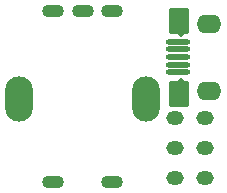
<source format=gbr>
%TF.GenerationSoftware,Altium Limited,Altium Designer,20.1.8 (145)*%
G04 Layer_Color=37055*
%FSLAX45Y45*%
%MOMM*%
%TF.SameCoordinates,4CD9D56E-ABF0-4F53-8DDA-4C7987737DBE*%
%TF.FilePolarity,Negative*%
%TF.FileFunction,Soldermask,Top*%
%TF.Part,Single*%
G01*
G75*
%TA.AperFunction,ComponentPad*%
G04:AMPARAMS|DCode=39|XSize=1.2mm|YSize=1.5mm|CornerRadius=0.6mm|HoleSize=0mm|Usage=FLASHONLY|Rotation=90.000|XOffset=0mm|YOffset=0mm|HoleType=Round|Shape=RoundedRectangle|*
%AMROUNDEDRECTD39*
21,1,1.20000,0.30000,0,0,90.0*
21,1,0.00000,1.50000,0,0,90.0*
1,1,1.20000,0.15000,0.00000*
1,1,1.20000,0.15000,0.00000*
1,1,1.20000,-0.15000,0.00000*
1,1,1.20000,-0.15000,0.00000*
%
%ADD39ROUNDEDRECTD39*%
%ADD40C,0.50000*%
%ADD41O,2.10000X1.60000*%
G04:AMPARAMS|DCode=42|XSize=2.35mm|YSize=3.85mm|CornerRadius=1.175mm|HoleSize=0mm|Usage=FLASHONLY|Rotation=180.000|XOffset=0mm|YOffset=0mm|HoleType=Round|Shape=RoundedRectangle|*
%AMROUNDEDRECTD42*
21,1,2.35000,1.50000,0,0,180.0*
21,1,0.00000,3.85000,0,0,180.0*
1,1,2.35000,0.00000,0.75000*
1,1,2.35000,0.00000,0.75000*
1,1,2.35000,0.00000,-0.75000*
1,1,2.35000,0.00000,-0.75000*
%
%ADD42ROUNDEDRECTD42*%
%ADD43O,2.35000X3.85000*%
%ADD44O,1.85000X1.10000*%
%TA.AperFunction,SMDPad,CuDef*%
G04:AMPARAMS|DCode=46|XSize=2.2mm|YSize=1.7mm|CornerRadius=0.058mm|HoleSize=0mm|Usage=FLASHONLY|Rotation=90.000|XOffset=0mm|YOffset=0mm|HoleType=Round|Shape=RoundedRectangle|*
%AMROUNDEDRECTD46*
21,1,2.20000,1.58400,0,0,90.0*
21,1,2.08400,1.70000,0,0,90.0*
1,1,0.11600,0.79200,1.04200*
1,1,0.11600,0.79200,-1.04200*
1,1,0.11600,-0.79200,-1.04200*
1,1,0.11600,-0.79200,1.04200*
%
%ADD46ROUNDEDRECTD46*%
G04:AMPARAMS|DCode=47|XSize=0.45mm|YSize=2.1mm|CornerRadius=0.225mm|HoleSize=0mm|Usage=FLASHONLY|Rotation=90.000|XOffset=0mm|YOffset=0mm|HoleType=Round|Shape=RoundedRectangle|*
%AMROUNDEDRECTD47*
21,1,0.45000,1.65000,0,0,90.0*
21,1,0.00000,2.10000,0,0,90.0*
1,1,0.45000,0.82500,0.00000*
1,1,0.45000,0.82500,0.00000*
1,1,0.45000,-0.82500,0.00000*
1,1,0.45000,-0.82500,0.00000*
%
%ADD47ROUNDEDRECTD47*%
D39*
X1459369Y614096D02*
D03*
Y106096D02*
D03*
X1713369D02*
D03*
X1459369Y360096D02*
D03*
X1713369D02*
D03*
Y614096D02*
D03*
D40*
X1511433Y931824D02*
D03*
Y1331824D02*
D03*
D41*
X1746433Y1414824D02*
D03*
Y848824D02*
D03*
D42*
X1214541Y775480D02*
D03*
D43*
X139541D02*
D03*
D44*
X427041Y75479D02*
D03*
X927041D02*
D03*
X677041Y1525480D02*
D03*
X427041D02*
D03*
X927041D02*
D03*
D46*
X1491433Y1441824D02*
D03*
Y821824D02*
D03*
D47*
X1483933Y1261824D02*
D03*
Y1196824D02*
D03*
Y1131824D02*
D03*
Y1001824D02*
D03*
Y1066824D02*
D03*
%TF.MD5,bbc1eb48b90946e1ef7ac1e1d468e1f4*%
M02*

</source>
